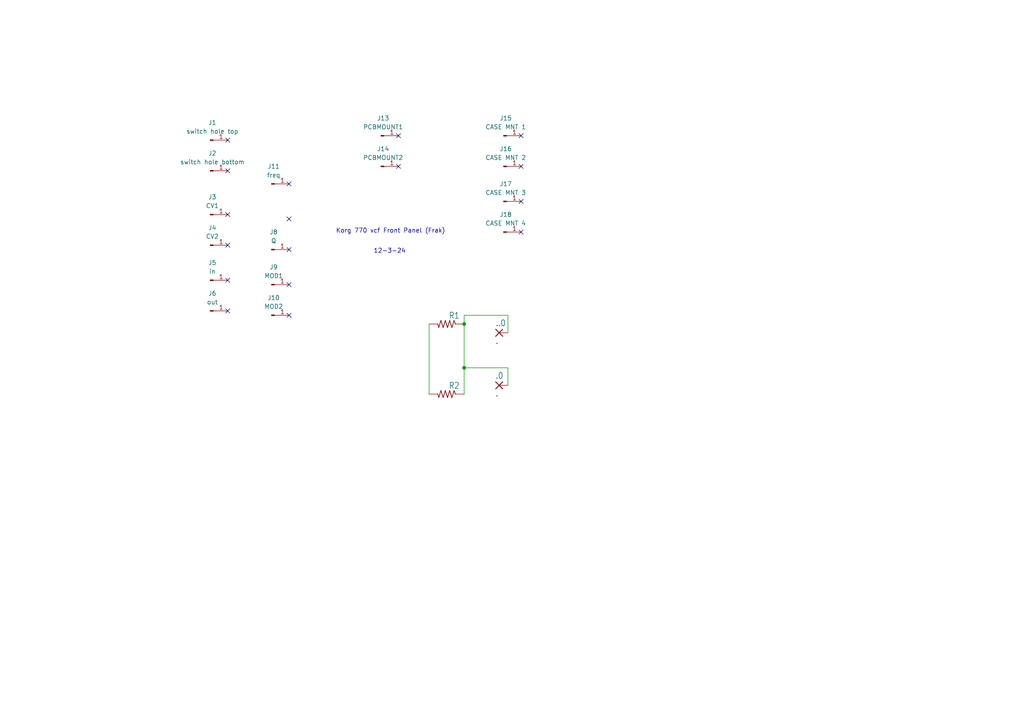
<source format=kicad_sch>
(kicad_sch
	(version 20231120)
	(generator "eeschema")
	(generator_version "8.0")
	(uuid "72505baa-af5c-4302-bd89-2006d159d386")
	(paper "A4")
	(lib_symbols
		(symbol "Connector:Conn_01x01_Pin"
			(pin_names
				(offset 1.016) hide)
			(exclude_from_sim no)
			(in_bom yes)
			(on_board yes)
			(property "Reference" "J"
				(at 0 2.54 0)
				(effects
					(font
						(size 1.27 1.27)
					)
				)
			)
			(property "Value" "Conn_01x01_Pin"
				(at 0 -2.54 0)
				(effects
					(font
						(size 1.27 1.27)
					)
				)
			)
			(property "Footprint" ""
				(at 0 0 0)
				(effects
					(font
						(size 1.27 1.27)
					)
					(hide yes)
				)
			)
			(property "Datasheet" "~"
				(at 0 0 0)
				(effects
					(font
						(size 1.27 1.27)
					)
					(hide yes)
				)
			)
			(property "Description" "Generic connector, single row, 01x01, script generated"
				(at 0 0 0)
				(effects
					(font
						(size 1.27 1.27)
					)
					(hide yes)
				)
			)
			(property "ki_locked" ""
				(at 0 0 0)
				(effects
					(font
						(size 1.27 1.27)
					)
				)
			)
			(property "ki_keywords" "connector"
				(at 0 0 0)
				(effects
					(font
						(size 1.27 1.27)
					)
					(hide yes)
				)
			)
			(property "ki_fp_filters" "Connector*:*_1x??_*"
				(at 0 0 0)
				(effects
					(font
						(size 1.27 1.27)
					)
					(hide yes)
				)
			)
			(symbol "Conn_01x01_Pin_1_1"
				(polyline
					(pts
						(xy 1.27 0) (xy 0.8636 0)
					)
					(stroke
						(width 0.1524)
						(type default)
					)
					(fill
						(type none)
					)
				)
				(rectangle
					(start 0.8636 0.127)
					(end 0 -0.127)
					(stroke
						(width 0.1524)
						(type default)
					)
					(fill
						(type outline)
					)
				)
				(pin passive line
					(at 5.08 0 180)
					(length 3.81)
					(name "Pin_1"
						(effects
							(font
								(size 1.27 1.27)
							)
						)
					)
					(number "1"
						(effects
							(font
								(size 1.27 1.27)
							)
						)
					)
				)
			)
		)
		(symbol "bench mixer front panel 3-30-23A-eagle-import:R-US_MELF0207R"
			(exclude_from_sim no)
			(in_bom yes)
			(on_board yes)
			(property "Reference" "R"
				(at -3.81 1.4986 0)
				(effects
					(font
						(size 1.778 1.5113)
					)
					(justify left bottom)
				)
			)
			(property "Value" ""
				(at -3.81 -3.302 0)
				(effects
					(font
						(size 1.778 1.5113)
					)
					(justify left bottom)
				)
			)
			(property "Footprint" "bench mixer front panel 3-30-23A:MINI_MELF-0207R"
				(at 0 0 0)
				(effects
					(font
						(size 1.27 1.27)
					)
					(hide yes)
				)
			)
			(property "Datasheet" ""
				(at 0 0 0)
				(effects
					(font
						(size 1.27 1.27)
					)
					(hide yes)
				)
			)
			(property "Description" "RESISTOR, American symbol"
				(at 0 0 0)
				(effects
					(font
						(size 1.27 1.27)
					)
					(hide yes)
				)
			)
			(property "ki_locked" ""
				(at 0 0 0)
				(effects
					(font
						(size 1.27 1.27)
					)
				)
			)
			(symbol "R-US_MELF0207R_1_0"
				(polyline
					(pts
						(xy -2.54 0) (xy -2.159 1.016)
					)
					(stroke
						(width 0.2032)
						(type solid)
					)
					(fill
						(type none)
					)
				)
				(polyline
					(pts
						(xy -2.159 1.016) (xy -1.524 -1.016)
					)
					(stroke
						(width 0.2032)
						(type solid)
					)
					(fill
						(type none)
					)
				)
				(polyline
					(pts
						(xy -1.524 -1.016) (xy -0.889 1.016)
					)
					(stroke
						(width 0.2032)
						(type solid)
					)
					(fill
						(type none)
					)
				)
				(polyline
					(pts
						(xy -0.889 1.016) (xy -0.254 -1.016)
					)
					(stroke
						(width 0.2032)
						(type solid)
					)
					(fill
						(type none)
					)
				)
				(polyline
					(pts
						(xy -0.254 -1.016) (xy 0.381 1.016)
					)
					(stroke
						(width 0.2032)
						(type solid)
					)
					(fill
						(type none)
					)
				)
				(polyline
					(pts
						(xy 0.381 1.016) (xy 1.016 -1.016)
					)
					(stroke
						(width 0.2032)
						(type solid)
					)
					(fill
						(type none)
					)
				)
				(polyline
					(pts
						(xy 1.016 -1.016) (xy 1.651 1.016)
					)
					(stroke
						(width 0.2032)
						(type solid)
					)
					(fill
						(type none)
					)
				)
				(polyline
					(pts
						(xy 1.651 1.016) (xy 2.286 -1.016)
					)
					(stroke
						(width 0.2032)
						(type solid)
					)
					(fill
						(type none)
					)
				)
				(polyline
					(pts
						(xy 2.286 -1.016) (xy 2.54 0)
					)
					(stroke
						(width 0.2032)
						(type solid)
					)
					(fill
						(type none)
					)
				)
				(pin passive line
					(at -5.08 0 0)
					(length 2.54)
					(name "1"
						(effects
							(font
								(size 0 0)
							)
						)
					)
					(number "1"
						(effects
							(font
								(size 0 0)
							)
						)
					)
				)
				(pin passive line
					(at 5.08 0 180)
					(length 2.54)
					(name "2"
						(effects
							(font
								(size 0 0)
							)
						)
					)
					(number "2"
						(effects
							(font
								(size 0 0)
							)
						)
					)
				)
			)
		)
		(symbol "bench mixer front panel 3-30-23A-eagle-import:WIREPADSMD1,27-254"
			(exclude_from_sim no)
			(in_bom yes)
			(on_board yes)
			(property "Reference" "PAD"
				(at -1.143 1.8542 0)
				(effects
					(font
						(size 1.778 1.5113)
					)
					(justify left bottom)
				)
			)
			(property "Value" ""
				(at -1.143 -3.302 0)
				(effects
					(font
						(size 1.778 1.5113)
					)
					(justify left bottom)
				)
			)
			(property "Footprint" "bench mixer front panel 3-30-23A:SMD1,27-2,54"
				(at 0 0 0)
				(effects
					(font
						(size 1.27 1.27)
					)
					(hide yes)
				)
			)
			(property "Datasheet" ""
				(at 0 0 0)
				(effects
					(font
						(size 1.27 1.27)
					)
					(hide yes)
				)
			)
			(property "Description" "Wire PAD connect wire on PCB"
				(at 0 0 0)
				(effects
					(font
						(size 1.27 1.27)
					)
					(hide yes)
				)
			)
			(property "ki_locked" ""
				(at 0 0 0)
				(effects
					(font
						(size 1.27 1.27)
					)
				)
			)
			(symbol "WIREPADSMD1,27-254_1_0"
				(polyline
					(pts
						(xy -1.016 -1.016) (xy 1.016 1.016)
					)
					(stroke
						(width 0.254)
						(type solid)
					)
					(fill
						(type none)
					)
				)
				(polyline
					(pts
						(xy -1.016 1.016) (xy 1.016 -1.016)
					)
					(stroke
						(width 0.254)
						(type solid)
					)
					(fill
						(type none)
					)
				)
				(pin passive line
					(at 2.54 0 180)
					(length 2.54)
					(name "P"
						(effects
							(font
								(size 0 0)
							)
						)
					)
					(number "1"
						(effects
							(font
								(size 0 0)
							)
						)
					)
				)
			)
		)
	)
	(junction
		(at 134.62 93.98)
		(diameter 0)
		(color 0 0 0 0)
		(uuid "c09a74fd-ded9-4a3a-9ba8-e6bcddc11d1f")
	)
	(junction
		(at 134.62 106.68)
		(diameter 0)
		(color 0 0 0 0)
		(uuid "d0910f95-56af-49bc-bcb1-9a6566cca021")
	)
	(no_connect
		(at 66.04 81.28)
		(uuid "0f86af15-f46f-4b06-a0b3-9af446eb2f92")
	)
	(no_connect
		(at 66.04 90.17)
		(uuid "1b42c7d7-c938-441f-af59-cd7eb58b9a5c")
	)
	(no_connect
		(at 115.57 48.26)
		(uuid "3703101d-552d-44a6-b731-e170e1e59724")
	)
	(no_connect
		(at 66.04 40.64)
		(uuid "5a20dad6-2d66-4748-8de5-2e43a1a2a48e")
	)
	(no_connect
		(at 66.04 71.12)
		(uuid "5a7faca9-1d10-4475-95ff-42138cbc2039")
	)
	(no_connect
		(at 83.82 53.34)
		(uuid "7937111f-6440-44b5-9d98-b86d8df2ca0d")
	)
	(no_connect
		(at 115.57 39.37)
		(uuid "7e1a2734-20c8-423c-ac2d-b759166f3dff")
	)
	(no_connect
		(at 151.13 39.37)
		(uuid "91dfba25-9c11-4a7d-8285-e52db6aac7c2")
	)
	(no_connect
		(at 151.13 67.31)
		(uuid "acb3611d-88d4-4660-bc30-d564c620c625")
	)
	(no_connect
		(at 66.04 62.23)
		(uuid "b2c118e7-cd42-4b44-aa7a-5aedc04c9038")
	)
	(no_connect
		(at 83.82 63.5)
		(uuid "bc645d78-87cc-45ea-9dd0-90e4cc8c65f9")
	)
	(no_connect
		(at 151.13 48.26)
		(uuid "bf94125c-d334-4312-a1c0-3a67553e11e6")
	)
	(no_connect
		(at 66.04 49.53)
		(uuid "c4f4b2d4-52ce-4aa0-aeee-266b4e822602")
	)
	(no_connect
		(at 151.13 58.42)
		(uuid "dbee8a31-cf22-4781-ad0b-75c072dafb47")
	)
	(no_connect
		(at 83.82 91.44)
		(uuid "eff29b69-c6c9-48f2-ba6d-9c3c030ae4ce")
	)
	(no_connect
		(at 83.82 82.55)
		(uuid "f5c7bc80-4eff-423f-b1cd-c085dea90aeb")
	)
	(no_connect
		(at 83.82 72.39)
		(uuid "fee12134-d2b8-486a-becb-cd610fc040ae")
	)
	(wire
		(pts
			(xy 134.62 114.3) (xy 134.62 106.68)
		)
		(stroke
			(width 0.1524)
			(type solid)
		)
		(uuid "059e2498-3062-4ab5-8d6c-fe58abc6c3e9")
	)
	(wire
		(pts
			(xy 134.62 106.68) (xy 134.62 93.98)
		)
		(stroke
			(width 0.1524)
			(type solid)
		)
		(uuid "164bf9a6-991e-460f-a296-458dbfeacf63")
	)
	(wire
		(pts
			(xy 134.62 106.68) (xy 147.32 106.68)
		)
		(stroke
			(width 0)
			(type default)
		)
		(uuid "2d6dcc07-c0e4-4c29-b4b0-380a2a0c2709")
	)
	(wire
		(pts
			(xy 147.32 91.44) (xy 134.62 91.44)
		)
		(stroke
			(width 0)
			(type default)
		)
		(uuid "67162590-2ace-4c44-84c7-f0802785310f")
	)
	(wire
		(pts
			(xy 147.32 96.52) (xy 147.32 91.44)
		)
		(stroke
			(width 0)
			(type default)
		)
		(uuid "7261aa4f-ab26-4cb1-8d03-d8d3ef68291b")
	)
	(wire
		(pts
			(xy 124.46 114.3) (xy 124.46 93.98)
		)
		(stroke
			(width 0.1524)
			(type solid)
		)
		(uuid "a990f580-f19f-4add-8770-1e3c9f83c585")
	)
	(wire
		(pts
			(xy 134.62 91.44) (xy 134.62 93.98)
		)
		(stroke
			(width 0)
			(type default)
		)
		(uuid "aebf1ee4-7111-473a-904c-54bde02bf26d")
	)
	(wire
		(pts
			(xy 147.32 111.76) (xy 147.32 106.68)
		)
		(stroke
			(width 0)
			(type default)
		)
		(uuid "bee6b318-26f0-46a1-97d0-4d7f2b474b77")
	)
	(text "Korg 770 vcf Front Panel (Frak)\n"
		(exclude_from_sim no)
		(at 113.284 67.056 0)
		(effects
			(font
				(size 1.27 1.27)
			)
		)
		(uuid "4a9f3f05-c6be-4c52-b60a-600d2306f920")
	)
	(text "12-3-24"
		(exclude_from_sim no)
		(at 113.03 72.898 0)
		(effects
			(font
				(size 1.27 1.27)
			)
		)
		(uuid "5358aa29-7adc-48d7-8e30-f6baa7d06dad")
	)
	(symbol
		(lib_id "Connector:Conn_01x01_Pin")
		(at 78.74 82.55 0)
		(unit 1)
		(exclude_from_sim no)
		(in_bom yes)
		(on_board yes)
		(dnp no)
		(fields_autoplaced yes)
		(uuid "094b358a-17ce-4130-b41d-f94e4616e432")
		(property "Reference" "J9"
			(at 79.375 77.47 0)
			(effects
				(font
					(size 1.27 1.27)
				)
			)
		)
		(property "Value" "MOD1"
			(at 79.375 80.01 0)
			(effects
				(font
					(size 1.27 1.27)
				)
			)
		)
		(property "Footprint" "charhead-lib:2.5mm mounting hole"
			(at 78.74 82.55 0)
			(effects
				(font
					(size 1.27 1.27)
				)
				(hide yes)
			)
		)
		(property "Datasheet" "~"
			(at 78.74 82.55 0)
			(effects
				(font
					(size 1.27 1.27)
				)
				(hide yes)
			)
		)
		(property "Description" "Generic connector, single row, 01x01, script generated"
			(at 78.74 82.55 0)
			(effects
				(font
					(size 1.27 1.27)
				)
				(hide yes)
			)
		)
		(pin "1"
			(uuid "dfe181a5-4f09-47f1-bbaf-bcda2bb540f4")
		)
		(instances
			(project "Korg770 VCF 12-3-24"
				(path "/72505baa-af5c-4302-bd89-2006d159d386"
					(reference "J9")
					(unit 1)
				)
			)
		)
	)
	(symbol
		(lib_id "Connector:Conn_01x01_Pin")
		(at 60.96 90.17 0)
		(unit 1)
		(exclude_from_sim no)
		(in_bom yes)
		(on_board yes)
		(dnp no)
		(fields_autoplaced yes)
		(uuid "12cfea1d-c291-4a4b-8d4a-2e5ee086ee1a")
		(property "Reference" "J6"
			(at 61.595 85.09 0)
			(effects
				(font
					(size 1.27 1.27)
				)
			)
		)
		(property "Value" "out"
			(at 61.595 87.63 0)
			(effects
				(font
					(size 1.27 1.27)
				)
			)
		)
		(property "Footprint" "charhead-lib:2.5mm mounting hole"
			(at 60.96 90.17 0)
			(effects
				(font
					(size 1.27 1.27)
				)
				(hide yes)
			)
		)
		(property "Datasheet" "~"
			(at 60.96 90.17 0)
			(effects
				(font
					(size 1.27 1.27)
				)
				(hide yes)
			)
		)
		(property "Description" "Generic connector, single row, 01x01, script generated"
			(at 60.96 90.17 0)
			(effects
				(font
					(size 1.27 1.27)
				)
				(hide yes)
			)
		)
		(pin "1"
			(uuid "8e9cffed-9b29-4194-b178-1c8ab525736d")
		)
		(instances
			(project "Korg770 VCF 12-3-24"
				(path "/72505baa-af5c-4302-bd89-2006d159d386"
					(reference "J6")
					(unit 1)
				)
			)
		)
	)
	(symbol
		(lib_id "Connector:Conn_01x01_Pin")
		(at 146.05 67.31 0)
		(unit 1)
		(exclude_from_sim no)
		(in_bom yes)
		(on_board yes)
		(dnp no)
		(fields_autoplaced yes)
		(uuid "27385a09-d3ad-430f-bc64-ff68403bdef3")
		(property "Reference" "J18"
			(at 146.685 62.23 0)
			(effects
				(font
					(size 1.27 1.27)
				)
			)
		)
		(property "Value" "CASE MNT 4"
			(at 146.685 64.77 0)
			(effects
				(font
					(size 1.27 1.27)
				)
			)
		)
		(property "Footprint" "charhead-lib:2.5mm mounting hole"
			(at 146.05 67.31 0)
			(effects
				(font
					(size 1.27 1.27)
				)
				(hide yes)
			)
		)
		(property "Datasheet" "~"
			(at 146.05 67.31 0)
			(effects
				(font
					(size 1.27 1.27)
				)
				(hide yes)
			)
		)
		(property "Description" "Generic connector, single row, 01x01, script generated"
			(at 146.05 67.31 0)
			(effects
				(font
					(size 1.27 1.27)
				)
				(hide yes)
			)
		)
		(pin "1"
			(uuid "9b6a93dd-46f2-4e80-978b-02b766d869b9")
		)
		(instances
			(project "Korg770 VCF 12-3-24"
				(path "/72505baa-af5c-4302-bd89-2006d159d386"
					(reference "J18")
					(unit 1)
				)
			)
		)
	)
	(symbol
		(lib_id "bench mixer front panel 3-30-23A-eagle-import:WIREPADSMD1,27-254")
		(at 144.78 111.76 0)
		(unit 1)
		(exclude_from_sim no)
		(in_bom yes)
		(on_board yes)
		(dnp no)
		(uuid "2746f8e9-25e6-4ff8-8337-5f63372ed0e6")
		(property "Reference" ".0"
			(at 143.637 109.9058 0)
			(effects
				(font
					(size 1.778 1.5113)
				)
				(justify left bottom)
			)
		)
		(property "Value" "."
			(at 143.637 115.062 0)
			(effects
				(font
					(size 1.778 1.5113)
				)
				(justify left bottom)
			)
		)
		(property "Footprint" "charhead-lib:PAD SMD 100x200mil"
			(at 144.78 111.76 0)
			(effects
				(font
					(size 1.27 1.27)
				)
				(hide yes)
			)
		)
		(property "Datasheet" ""
			(at 144.78 111.76 0)
			(effects
				(font
					(size 1.27 1.27)
				)
				(hide yes)
			)
		)
		(property "Description" ""
			(at 144.78 111.76 0)
			(effects
				(font
					(size 1.27 1.27)
				)
				(hide yes)
			)
		)
		(pin "1"
			(uuid "05abd1bc-eaa2-471e-926a-cf1d181f7d9a")
		)
		(instances
			(project "Korg770 VCF 12-3-24"
				(path "/72505baa-af5c-4302-bd89-2006d159d386"
					(reference ".0")
					(unit 1)
				)
			)
		)
	)
	(symbol
		(lib_id "Connector:Conn_01x01_Pin")
		(at 146.05 48.26 0)
		(unit 1)
		(exclude_from_sim no)
		(in_bom yes)
		(on_board yes)
		(dnp no)
		(fields_autoplaced yes)
		(uuid "2c310cdb-91f0-41b7-af34-49af326c0a17")
		(property "Reference" "J16"
			(at 146.685 43.18 0)
			(effects
				(font
					(size 1.27 1.27)
				)
			)
		)
		(property "Value" "CASE MNT 2"
			(at 146.685 45.72 0)
			(effects
				(font
					(size 1.27 1.27)
				)
			)
		)
		(property "Footprint" "charhead-lib:2.5mm mounting hole"
			(at 146.05 48.26 0)
			(effects
				(font
					(size 1.27 1.27)
				)
				(hide yes)
			)
		)
		(property "Datasheet" "~"
			(at 146.05 48.26 0)
			(effects
				(font
					(size 1.27 1.27)
				)
				(hide yes)
			)
		)
		(property "Description" "Generic connector, single row, 01x01, script generated"
			(at 146.05 48.26 0)
			(effects
				(font
					(size 1.27 1.27)
				)
				(hide yes)
			)
		)
		(pin "1"
			(uuid "daaa2fce-18e7-4373-8463-6e5d9981308c")
		)
		(instances
			(project "Korg770 VCF 12-3-24"
				(path "/72505baa-af5c-4302-bd89-2006d159d386"
					(reference "J16")
					(unit 1)
				)
			)
		)
	)
	(symbol
		(lib_id "Connector:Conn_01x01_Pin")
		(at 78.74 53.34 0)
		(unit 1)
		(exclude_from_sim no)
		(in_bom yes)
		(on_board yes)
		(dnp no)
		(fields_autoplaced yes)
		(uuid "3f3dc778-c647-4584-9c19-298e6e2cd532")
		(property "Reference" "J11"
			(at 79.375 48.26 0)
			(effects
				(font
					(size 1.27 1.27)
				)
			)
		)
		(property "Value" "freq"
			(at 79.375 50.8 0)
			(effects
				(font
					(size 1.27 1.27)
				)
			)
		)
		(property "Footprint" "charhead-lib:2.5mm mounting hole"
			(at 78.74 53.34 0)
			(effects
				(font
					(size 1.27 1.27)
				)
				(hide yes)
			)
		)
		(property "Datasheet" "~"
			(at 78.74 53.34 0)
			(effects
				(font
					(size 1.27 1.27)
				)
				(hide yes)
			)
		)
		(property "Description" "Generic connector, single row, 01x01, script generated"
			(at 78.74 53.34 0)
			(effects
				(font
					(size 1.27 1.27)
				)
				(hide yes)
			)
		)
		(pin "1"
			(uuid "9e2dd41a-a8cc-4ecb-b96e-b2a553eb8a60")
		)
		(instances
			(project "Korg770 VCF 12-3-24"
				(path "/72505baa-af5c-4302-bd89-2006d159d386"
					(reference "J11")
					(unit 1)
				)
			)
		)
	)
	(symbol
		(lib_id "Connector:Conn_01x01_Pin")
		(at 60.96 71.12 0)
		(unit 1)
		(exclude_from_sim no)
		(in_bom yes)
		(on_board yes)
		(dnp no)
		(fields_autoplaced yes)
		(uuid "50c13bf9-1236-4762-9909-2bd288de78f8")
		(property "Reference" "J4"
			(at 61.595 66.04 0)
			(effects
				(font
					(size 1.27 1.27)
				)
			)
		)
		(property "Value" "CV2"
			(at 61.595 68.58 0)
			(effects
				(font
					(size 1.27 1.27)
				)
			)
		)
		(property "Footprint" "charhead-lib:2.5mm mounting hole"
			(at 60.96 71.12 0)
			(effects
				(font
					(size 1.27 1.27)
				)
				(hide yes)
			)
		)
		(property "Datasheet" "~"
			(at 60.96 71.12 0)
			(effects
				(font
					(size 1.27 1.27)
				)
				(hide yes)
			)
		)
		(property "Description" "Generic connector, single row, 01x01, script generated"
			(at 60.96 71.12 0)
			(effects
				(font
					(size 1.27 1.27)
				)
				(hide yes)
			)
		)
		(pin "1"
			(uuid "a0d4f8b9-c7b5-44f4-aa61-4d8136ab5568")
		)
		(instances
			(project "Korg770 VCF 12-3-24"
				(path "/72505baa-af5c-4302-bd89-2006d159d386"
					(reference "J4")
					(unit 1)
				)
			)
		)
	)
	(symbol
		(lib_id "bench mixer front panel 3-30-23A-eagle-import:WIREPADSMD1,27-254")
		(at 144.78 96.52 0)
		(unit 1)
		(exclude_from_sim no)
		(in_bom yes)
		(on_board yes)
		(dnp no)
		(uuid "5a5714a7-d186-46f2-922b-665b4ff2ef25")
		(property "Reference" "..0"
			(at 143.637 94.6658 0)
			(effects
				(font
					(size 1.778 1.5113)
				)
				(justify left bottom)
			)
		)
		(property "Value" "."
			(at 143.637 99.822 0)
			(effects
				(font
					(size 1.778 1.5113)
				)
				(justify left bottom)
			)
		)
		(property "Footprint" "charhead-lib:PAD SMD 100x200mil"
			(at 144.78 96.52 0)
			(effects
				(font
					(size 1.27 1.27)
				)
				(hide yes)
			)
		)
		(property "Datasheet" ""
			(at 144.78 96.52 0)
			(effects
				(font
					(size 1.27 1.27)
				)
				(hide yes)
			)
		)
		(property "Description" ""
			(at 144.78 96.52 0)
			(effects
				(font
					(size 1.27 1.27)
				)
				(hide yes)
			)
		)
		(pin "1"
			(uuid "95c417e8-088a-4c4c-a162-3ab42aaafb5f")
		)
		(instances
			(project "Korg770 VCF 12-3-24"
				(path "/72505baa-af5c-4302-bd89-2006d159d386"
					(reference "..0")
					(unit 1)
				)
			)
		)
	)
	(symbol
		(lib_id "Connector:Conn_01x01_Pin")
		(at 146.05 39.37 0)
		(unit 1)
		(exclude_from_sim no)
		(in_bom yes)
		(on_board yes)
		(dnp no)
		(fields_autoplaced yes)
		(uuid "648991a6-8e7d-46ed-b461-f7448bb6a9d4")
		(property "Reference" "J15"
			(at 146.685 34.29 0)
			(effects
				(font
					(size 1.27 1.27)
				)
			)
		)
		(property "Value" "CASE MNT 1"
			(at 146.685 36.83 0)
			(effects
				(font
					(size 1.27 1.27)
				)
			)
		)
		(property "Footprint" "charhead-lib:2.5mm mounting hole"
			(at 146.05 39.37 0)
			(effects
				(font
					(size 1.27 1.27)
				)
				(hide yes)
			)
		)
		(property "Datasheet" "~"
			(at 146.05 39.37 0)
			(effects
				(font
					(size 1.27 1.27)
				)
				(hide yes)
			)
		)
		(property "Description" "Generic connector, single row, 01x01, script generated"
			(at 146.05 39.37 0)
			(effects
				(font
					(size 1.27 1.27)
				)
				(hide yes)
			)
		)
		(pin "1"
			(uuid "10983efd-1a01-4e7a-abf5-bc658b1a450a")
		)
		(instances
			(project "Korg770 VCF 12-3-24"
				(path "/72505baa-af5c-4302-bd89-2006d159d386"
					(reference "J15")
					(unit 1)
				)
			)
		)
	)
	(symbol
		(lib_id "bench mixer front panel 3-30-23A-eagle-import:R-US_MELF0207R")
		(at 129.54 93.98 0)
		(mirror y)
		(unit 1)
		(exclude_from_sim no)
		(in_bom yes)
		(on_board yes)
		(dnp no)
		(uuid "68153047-9582-4207-acf5-e0a4374f20d5")
		(property "Reference" "R1"
			(at 133.35 92.4814 0)
			(effects
				(font
					(size 1.778 1.5113)
				)
				(justify left bottom)
			)
		)
		(property "Value" "R-US_MELF0207R"
			(at 133.35 97.282 0)
			(effects
				(font
					(size 1.778 1.5113)
				)
				(justify left bottom)
				(hide yes)
			)
		)
		(property "Footprint" "charhead-lib:DIODE_1206_SMD CL"
			(at 129.54 93.98 0)
			(effects
				(font
					(size 1.27 1.27)
				)
				(hide yes)
			)
		)
		(property "Datasheet" ""
			(at 129.54 93.98 0)
			(effects
				(font
					(size 1.27 1.27)
				)
				(hide yes)
			)
		)
		(property "Description" ""
			(at 129.54 93.98 0)
			(effects
				(font
					(size 1.27 1.27)
				)
				(hide yes)
			)
		)
		(pin "2"
			(uuid "a9bcb953-00aa-4f0f-b0ce-6c97ab9db8de")
		)
		(pin "1"
			(uuid "50e29879-442e-4f47-874c-22b9021ce86a")
		)
		(instances
			(project "Korg770 VCF 12-3-24"
				(path "/72505baa-af5c-4302-bd89-2006d159d386"
					(reference "R1")
					(unit 1)
				)
			)
		)
	)
	(symbol
		(lib_id "Connector:Conn_01x01_Pin")
		(at 60.96 62.23 0)
		(unit 1)
		(exclude_from_sim no)
		(in_bom yes)
		(on_board yes)
		(dnp no)
		(fields_autoplaced yes)
		(uuid "7873c8a7-d6c2-40c1-979e-2570a9fdce61")
		(property "Reference" "J3"
			(at 61.595 57.15 0)
			(effects
				(font
					(size 1.27 1.27)
				)
			)
		)
		(property "Value" "CV1"
			(at 61.595 59.69 0)
			(effects
				(font
					(size 1.27 1.27)
				)
			)
		)
		(property "Footprint" "charhead-lib:2.5mm mounting hole"
			(at 60.96 62.23 0)
			(effects
				(font
					(size 1.27 1.27)
				)
				(hide yes)
			)
		)
		(property "Datasheet" "~"
			(at 60.96 62.23 0)
			(effects
				(font
					(size 1.27 1.27)
				)
				(hide yes)
			)
		)
		(property "Description" "Generic connector, single row, 01x01, script generated"
			(at 60.96 62.23 0)
			(effects
				(font
					(size 1.27 1.27)
				)
				(hide yes)
			)
		)
		(pin "1"
			(uuid "6b4795f4-0eb3-478c-87b0-9dc321371cd6")
		)
		(instances
			(project "Korg770 VCF 12-3-24"
				(path "/72505baa-af5c-4302-bd89-2006d159d386"
					(reference "J3")
					(unit 1)
				)
			)
		)
	)
	(symbol
		(lib_id "Connector:Conn_01x01_Pin")
		(at 146.05 58.42 0)
		(unit 1)
		(exclude_from_sim no)
		(in_bom yes)
		(on_board yes)
		(dnp no)
		(fields_autoplaced yes)
		(uuid "89d95ecc-8439-4ec2-92e3-21ca7db04e16")
		(property "Reference" "J17"
			(at 146.685 53.34 0)
			(effects
				(font
					(size 1.27 1.27)
				)
			)
		)
		(property "Value" "CASE MNT 3"
			(at 146.685 55.88 0)
			(effects
				(font
					(size 1.27 1.27)
				)
			)
		)
		(property "Footprint" "charhead-lib:2.5mm mounting hole"
			(at 146.05 58.42 0)
			(effects
				(font
					(size 1.27 1.27)
				)
				(hide yes)
			)
		)
		(property "Datasheet" "~"
			(at 146.05 58.42 0)
			(effects
				(font
					(size 1.27 1.27)
				)
				(hide yes)
			)
		)
		(property "Description" "Generic connector, single row, 01x01, script generated"
			(at 146.05 58.42 0)
			(effects
				(font
					(size 1.27 1.27)
				)
				(hide yes)
			)
		)
		(pin "1"
			(uuid "d8a4945a-c309-4f65-9834-bfdf7d093076")
		)
		(instances
			(project "Korg770 VCF 12-3-24"
				(path "/72505baa-af5c-4302-bd89-2006d159d386"
					(reference "J17")
					(unit 1)
				)
			)
		)
	)
	(symbol
		(lib_id "bench mixer front panel 3-30-23A-eagle-import:R-US_MELF0207R")
		(at 129.54 114.3 0)
		(mirror y)
		(unit 1)
		(exclude_from_sim no)
		(in_bom yes)
		(on_board yes)
		(dnp no)
		(uuid "92693743-f33f-41d1-be9c-74b84f2407c9")
		(property "Reference" "R2"
			(at 133.35 112.8014 0)
			(effects
				(font
					(size 1.778 1.5113)
				)
				(justify left bottom)
			)
		)
		(property "Value" "R-US_MELF0207R"
			(at 133.35 117.602 0)
			(effects
				(font
					(size 1.778 1.5113)
				)
				(justify left bottom)
				(hide yes)
			)
		)
		(property "Footprint" "charhead-lib:DIODE_1206_SMD CL"
			(at 129.54 114.3 0)
			(effects
				(font
					(size 1.27 1.27)
				)
				(hide yes)
			)
		)
		(property "Datasheet" ""
			(at 129.54 114.3 0)
			(effects
				(font
					(size 1.27 1.27)
				)
				(hide yes)
			)
		)
		(property "Description" ""
			(at 129.54 114.3 0)
			(effects
				(font
					(size 1.27 1.27)
				)
				(hide yes)
			)
		)
		(pin "1"
			(uuid "e26f3d61-9ada-4030-9506-218713eb03bb")
		)
		(pin "2"
			(uuid "e8a021ee-09e8-4a11-84b2-f9147abcb753")
		)
		(instances
			(project "Korg770 VCF 12-3-24"
				(path "/72505baa-af5c-4302-bd89-2006d159d386"
					(reference "R2")
					(unit 1)
				)
			)
		)
	)
	(symbol
		(lib_id "Connector:Conn_01x01_Pin")
		(at 60.96 40.64 0)
		(unit 1)
		(exclude_from_sim no)
		(in_bom yes)
		(on_board yes)
		(dnp no)
		(fields_autoplaced yes)
		(uuid "964b9977-994f-4c20-9935-2b9247ce980c")
		(property "Reference" "J1"
			(at 61.595 35.56 0)
			(effects
				(font
					(size 1.27 1.27)
				)
			)
		)
		(property "Value" "switch hole top"
			(at 61.595 38.1 0)
			(effects
				(font
					(size 1.27 1.27)
				)
			)
		)
		(property "Footprint" "charhead-lib:2.5mm mounting hole"
			(at 60.96 40.64 0)
			(effects
				(font
					(size 1.27 1.27)
				)
				(hide yes)
			)
		)
		(property "Datasheet" "~"
			(at 60.96 40.64 0)
			(effects
				(font
					(size 1.27 1.27)
				)
				(hide yes)
			)
		)
		(property "Description" "Generic connector, single row, 01x01, script generated"
			(at 60.96 40.64 0)
			(effects
				(font
					(size 1.27 1.27)
				)
				(hide yes)
			)
		)
		(pin "1"
			(uuid "ae984da8-8f77-4db1-b334-61004b2fdf9a")
		)
		(instances
			(project "Korg770 VCF 12-3-24"
				(path "/72505baa-af5c-4302-bd89-2006d159d386"
					(reference "J1")
					(unit 1)
				)
			)
		)
	)
	(symbol
		(lib_id "Connector:Conn_01x01_Pin")
		(at 110.49 39.37 0)
		(unit 1)
		(exclude_from_sim no)
		(in_bom yes)
		(on_board yes)
		(dnp no)
		(fields_autoplaced yes)
		(uuid "ad6b7337-6c8b-4e71-9535-9dbc8a132e3f")
		(property "Reference" "J13"
			(at 111.125 34.29 0)
			(effects
				(font
					(size 1.27 1.27)
				)
			)
		)
		(property "Value" "PCBMOUNT1"
			(at 111.125 36.83 0)
			(effects
				(font
					(size 1.27 1.27)
				)
			)
		)
		(property "Footprint" "charhead-lib:2.5mm mounting hole"
			(at 110.49 39.37 0)
			(effects
				(font
					(size 1.27 1.27)
				)
				(hide yes)
			)
		)
		(property "Datasheet" "~"
			(at 110.49 39.37 0)
			(effects
				(font
					(size 1.27 1.27)
				)
				(hide yes)
			)
		)
		(property "Description" "Generic connector, single row, 01x01, script generated"
			(at 110.49 39.37 0)
			(effects
				(font
					(size 1.27 1.27)
				)
				(hide yes)
			)
		)
		(pin "1"
			(uuid "623f19da-d335-482e-b99d-23ecefaaf579")
		)
		(instances
			(project "Korg770 VCF 12-3-24"
				(path "/72505baa-af5c-4302-bd89-2006d159d386"
					(reference "J13")
					(unit 1)
				)
			)
		)
	)
	(symbol
		(lib_id "Connector:Conn_01x01_Pin")
		(at 78.74 72.39 0)
		(unit 1)
		(exclude_from_sim no)
		(in_bom yes)
		(on_board yes)
		(dnp no)
		(fields_autoplaced yes)
		(uuid "b863fd36-3eae-4452-a040-dd21605d3cec")
		(property "Reference" "J8"
			(at 79.375 67.31 0)
			(effects
				(font
					(size 1.27 1.27)
				)
			)
		)
		(property "Value" "Q"
			(at 79.375 69.85 0)
			(effects
				(font
					(size 1.27 1.27)
				)
			)
		)
		(property "Footprint" "charhead-lib:2.5mm mounting hole"
			(at 78.74 72.39 0)
			(effects
				(font
					(size 1.27 1.27)
				)
				(hide yes)
			)
		)
		(property "Datasheet" "~"
			(at 78.74 72.39 0)
			(effects
				(font
					(size 1.27 1.27)
				)
				(hide yes)
			)
		)
		(property "Description" "Generic connector, single row, 01x01, script generated"
			(at 78.74 72.39 0)
			(effects
				(font
					(size 1.27 1.27)
				)
				(hide yes)
			)
		)
		(pin "1"
			(uuid "a2444dde-331c-475f-b54a-ecdd6cb7edb5")
		)
		(instances
			(project "Korg770 VCF 12-3-24"
				(path "/72505baa-af5c-4302-bd89-2006d159d386"
					(reference "J8")
					(unit 1)
				)
			)
		)
	)
	(symbol
		(lib_id "Connector:Conn_01x01_Pin")
		(at 110.49 48.26 0)
		(unit 1)
		(exclude_from_sim no)
		(in_bom yes)
		(on_board yes)
		(dnp no)
		(fields_autoplaced yes)
		(uuid "c11adebe-10d4-4551-90bf-ab82782e1386")
		(property "Reference" "J14"
			(at 111.125 43.18 0)
			(effects
				(font
					(size 1.27 1.27)
				)
			)
		)
		(property "Value" "PCBMOUNT2"
			(at 111.125 45.72 0)
			(effects
				(font
					(size 1.27 1.27)
				)
			)
		)
		(property "Footprint" "charhead-lib:2.5mm mounting hole"
			(at 110.49 48.26 0)
			(effects
				(font
					(size 1.27 1.27)
				)
				(hide yes)
			)
		)
		(property "Datasheet" "~"
			(at 110.49 48.26 0)
			(effects
				(font
					(size 1.27 1.27)
				)
				(hide yes)
			)
		)
		(property "Description" "Generic connector, single row, 01x01, script generated"
			(at 110.49 48.26 0)
			(effects
				(font
					(size 1.27 1.27)
				)
				(hide yes)
			)
		)
		(pin "1"
			(uuid "292f022f-c77b-4219-be90-d20c0628165e")
		)
		(instances
			(project "Korg770 VCF 12-3-24"
				(path "/72505baa-af5c-4302-bd89-2006d159d386"
					(reference "J14")
					(unit 1)
				)
			)
		)
	)
	(symbol
		(lib_id "Connector:Conn_01x01_Pin")
		(at 60.96 49.53 0)
		(unit 1)
		(exclude_from_sim no)
		(in_bom yes)
		(on_board yes)
		(dnp no)
		(fields_autoplaced yes)
		(uuid "e3b4bc9b-bcb7-4b10-8563-61b9624d0861")
		(property "Reference" "J2"
			(at 61.595 44.45 0)
			(effects
				(font
					(size 1.27 1.27)
				)
			)
		)
		(property "Value" "switch hole bottom"
			(at 61.595 46.99 0)
			(effects
				(font
					(size 1.27 1.27)
				)
			)
		)
		(property "Footprint" "charhead-lib:2.5mm mounting hole"
			(at 60.96 49.53 0)
			(effects
				(font
					(size 1.27 1.27)
				)
				(hide yes)
			)
		)
		(property "Datasheet" "~"
			(at 60.96 49.53 0)
			(effects
				(font
					(size 1.27 1.27)
				)
				(hide yes)
			)
		)
		(property "Description" "Generic connector, single row, 01x01, script generated"
			(at 60.96 49.53 0)
			(effects
				(font
					(size 1.27 1.27)
				)
				(hide yes)
			)
		)
		(pin "1"
			(uuid "f8cabe74-ae39-422e-97ef-1ef567327c23")
		)
		(instances
			(project "Korg770 VCF 12-3-24"
				(path "/72505baa-af5c-4302-bd89-2006d159d386"
					(reference "J2")
					(unit 1)
				)
			)
		)
	)
	(symbol
		(lib_id "Connector:Conn_01x01_Pin")
		(at 78.74 91.44 0)
		(unit 1)
		(exclude_from_sim no)
		(in_bom yes)
		(on_board yes)
		(dnp no)
		(fields_autoplaced yes)
		(uuid "e3e9163b-acdc-4942-8509-e2b6c37f26bb")
		(property "Reference" "J10"
			(at 79.375 86.36 0)
			(effects
				(font
					(size 1.27 1.27)
				)
			)
		)
		(property "Value" "MOD2"
			(at 79.375 88.9 0)
			(effects
				(font
					(size 1.27 1.27)
				)
			)
		)
		(property "Footprint" "charhead-lib:2.5mm mounting hole"
			(at 78.74 91.44 0)
			(effects
				(font
					(size 1.27 1.27)
				)
				(hide yes)
			)
		)
		(property "Datasheet" "~"
			(at 78.74 91.44 0)
			(effects
				(font
					(size 1.27 1.27)
				)
				(hide yes)
			)
		)
		(property "Description" "Generic connector, single row, 01x01, script generated"
			(at 78.74 91.44 0)
			(effects
				(font
					(size 1.27 1.27)
				)
				(hide yes)
			)
		)
		(pin "1"
			(uuid "2cd3af0b-3b86-4ffe-a371-e32699f41c15")
		)
		(instances
			(project "Korg770 VCF 12-3-24"
				(path "/72505baa-af5c-4302-bd89-2006d159d386"
					(reference "J10")
					(unit 1)
				)
			)
		)
	)
	(symbol
		(lib_id "Connector:Conn_01x01_Pin")
		(at 60.96 81.28 0)
		(unit 1)
		(exclude_from_sim no)
		(in_bom yes)
		(on_board yes)
		(dnp no)
		(fields_autoplaced yes)
		(uuid "e4ae6635-2908-43a4-8c51-df50e7f6a17a")
		(property "Reference" "J5"
			(at 61.595 76.2 0)
			(effects
				(font
					(size 1.27 1.27)
				)
			)
		)
		(property "Value" "in"
			(at 61.595 78.74 0)
			(effects
				(font
					(size 1.27 1.27)
				)
			)
		)
		(property "Footprint" "charhead-lib:2.5mm mounting hole"
			(at 60.96 81.28 0)
			(effects
				(font
					(size 1.27 1.27)
				)
				(hide yes)
			)
		)
		(property "Datasheet" "~"
			(at 60.96 81.28 0)
			(effects
				(font
					(size 1.27 1.27)
				)
				(hide yes)
			)
		)
		(property "Description" "Generic connector, single row, 01x01, script generated"
			(at 60.96 81.28 0)
			(effects
				(font
					(size 1.27 1.27)
				)
				(hide yes)
			)
		)
		(pin "1"
			(uuid "2f727db8-98ca-49c7-b093-7bf96de336fd")
		)
		(instances
			(project "Korg770 VCF 12-3-24"
				(path "/72505baa-af5c-4302-bd89-2006d159d386"
					(reference "J5")
					(unit 1)
				)
			)
		)
	)
	(sheet_instances
		(path "/"
			(page "1")
		)
	)
)

</source>
